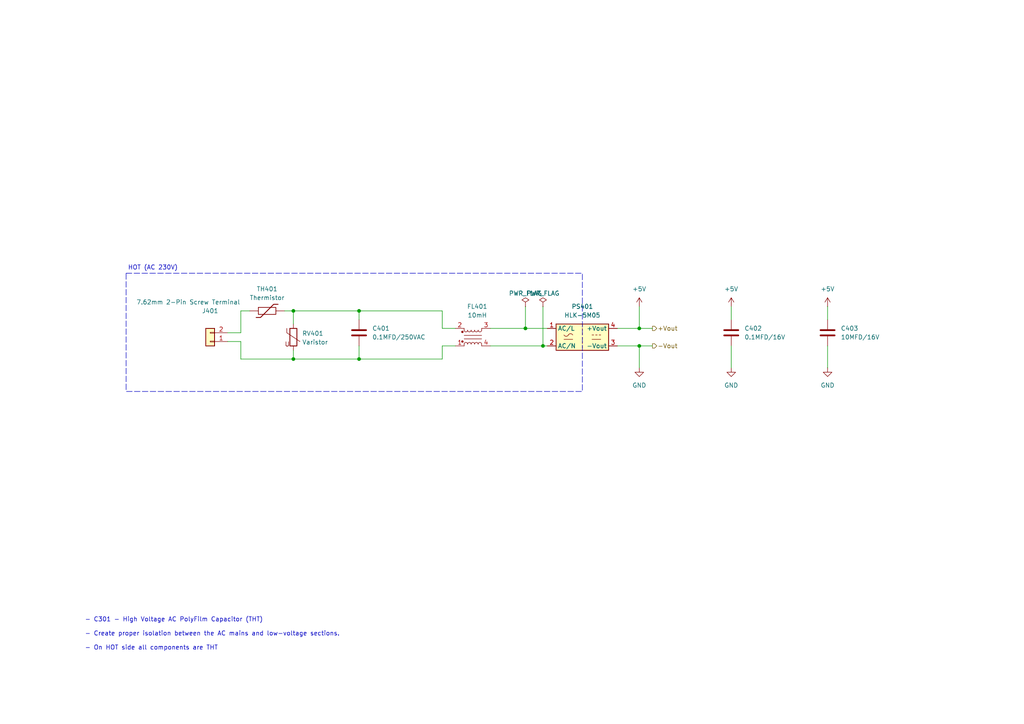
<source format=kicad_sch>
(kicad_sch (version 20250114) (generator "eeschema") (generator_version "9.0")
  (paper "A4")
  (lib_symbols
    (symbol "Connector_Generic:Conn_01x02" (pin_names (offset 1.016) (hide yes))
      (property "Reference" "J" (at 0 2.54 0))
      (property "Value" "Conn_01x02" (at 0 -5.08 0))
      (symbol "Conn_01x02_1_1"
        (rectangle (start -1.27 1.27) (end 1.27 -3.81) (stroke (width 0.254)) (fill (type background)))
        (rectangle (start -1.27 0.127) (end 0 -0.127) (stroke (width 0.1524)))
        (rectangle (start -1.27 -2.413) (end 0 -2.667) (stroke (width 0.1524)))
        (pin passive line (at -5.08 0 0) (length 3.81) (name "Pin_1") (number "1"))
        (pin passive line (at -5.08 -2.54 0) (length 3.81) (name "Pin_2") (number "2"))
      )
    )
    (symbol "Converter_ACDC:HLK-5M05"
      (property "Reference" "PS" (at 0 5.08 0))
      (property "Value" "HLK-5M05" (at 0 -5.08 0))
      (symbol "HLK-5M05_0_1"
        (rectangle (start -7.62 3.81) (end 7.62 -3.81) (stroke (width 0.254)) (fill (type background)))
        (polyline (pts (xy -5.334 -0.635) (xy -2.794 -0.635)))
        (arc (start -4.064 0.635) (mid -4.699 0.2495) (end -5.334 0.635))
        (arc (start -4.064 0.635) (mid -3.429 1.0072) (end -2.794 0.635))
        (polyline (pts (xy 0 3.81) (xy 0 3.175)))
        (polyline (pts (xy 0 2.54) (xy 0 1.905)))
        (polyline (pts (xy 0 1.27) (xy 0 0.635)))
        (polyline (pts (xy 0 0) (xy 0 -0.635)))
        (polyline (pts (xy 0 -1.27) (xy 0 -1.905)))
        (polyline (pts (xy 0 -2.54) (xy 0 -3.175)))
        (polyline (pts (xy 2.794 0.635) (xy 3.302 0.635)))
        (polyline (pts (xy 2.794 -0.635) (xy 5.334 -0.635)))
        (polyline (pts (xy 3.81 0.635) (xy 4.318 0.635)))
        (polyline (pts (xy 4.826 0.635) (xy 5.334 0.635)))
      )
      (symbol "HLK-5M05_1_1"
        (pin power_in line (at -10.16 2.54 0) (length 2.54) (name "AC/L") (number "1"))
        (pin power_in line (at -10.16 -2.54 0) (length 2.54) (name "AC/N") (number "2"))
        (pin power_out line (at 10.16 2.54 180) (length 2.54) (name "+Vout") (number "4"))
        (pin power_out line (at 10.16 -2.54 180) (length 2.54) (name "-Vout") (number "3"))
      )
    )
    (symbol "Device:C" (pin_numbers (hide yes)) (pin_names (offset 0.254))
      (property "Reference" "C" (at 0.635 2.54 0))
      (property "Value" "C" (at 0.635 -2.54 0))
      (symbol "C_0_1"
        (polyline (pts (xy -2.032 0.762) (xy 2.032 0.762)) (stroke (width 0.508)))
        (polyline (pts (xy -2.032 -0.762) (xy 2.032 -0.762)) (stroke (width 0.508)))
      )
      (symbol "C_1_1"
        (pin passive line (at 0 3.81 270) (length 2.794) (name "~") (number "1"))
        (pin passive line (at 0 -3.81 90) (length 2.794) (name "~") (number "2"))
      )
    )
    (symbol "Device:Filter_EMI_LL_1423" (pin_names (hide yes))
      (property "Reference" "FL" (at 0 4.445 0))
      (property "Value" "Filter_EMI_LL_1423" (at 0 -4.445 0))
      (symbol "Filter_EMI_LL_1423_0_1"
        (circle (center -3.048 1.524) (radius 0.254) (fill (type outline)))
        (circle (center -3.048 -1.27) (radius 0.254) (fill (type outline)))
        (polyline (pts (xy -2.54 2.032) (xy -2.54 2.54)))
        (polyline (pts (xy -2.54 0.508) (xy 2.54 0.508)))
        (polyline (pts (xy -2.54 -2.032) (xy -2.54 -2.54)))
        (arc (start -1.524 2.032) (mid -2.032 1.5262) (end -2.54 2.032))
        (arc (start -2.54 -2.032) (mid -2.032 -1.5262) (end -1.524 -2.032))
        (arc (start -0.508 2.032) (mid -1.016 1.5262) (end -1.524 2.032))
        (arc (start -1.524 -2.032) (mid -1.016 -1.5262) (end -0.508 -2.032))
        (arc (start 0.508 2.032) (mid 0 1.5262) (end -0.508 2.032))
        (arc (start -0.508 -2.032) (mid 0 -1.5262) (end 0.508 -2.032))
        (arc (start 1.524 2.032) (mid 1.016 1.5262) (end 0.508 2.032))
        (arc (start 0.508 -2.032) (mid 1.016 -1.5262) (end 1.524 -2.032))
        (arc (start 2.54 2.032) (mid 2.032 1.5262) (end 1.524 2.032))
        (arc (start 1.524 -2.032) (mid 2.032 -1.5262) (end 2.54 -2.032))
        (polyline (pts (xy 2.54 2.54) (xy 2.54 2.032)))
        (polyline (pts (xy 2.54 -0.508) (xy -2.54 -0.508)))
        (polyline (pts (xy 2.54 -2.032) (xy 2.54 -2.54)))
      )
      (symbol "Filter_EMI_LL_1423_1_1"
        (pin passive line (at -5.08 2.54 0) (length 2.54) (name "2") (number "2"))
        (pin passive line (at -5.08 -2.54 0) (length 2.54) (name "1") (number "1"))
        (pin passive line (at 5.08 2.54 180) (length 2.54) (name "3") (number "3"))
        (pin passive line (at 5.08 -2.54 180) (length 2.54) (name "4") (number "4"))
      )
    )
    (symbol "Device:Thermistor" (pin_numbers (hide yes)) (pin_names (offset 0))
      (property "Reference" "TH" (at 2.54 1.27 90))
      (property "Value" "Thermistor" (at -2.54 0 90))
      (symbol "Thermistor_0_1"
        (polyline (pts (xy -1.905 3.175) (xy -1.905 1.905) (xy 1.905 -1.905) (xy 1.905 -3.175) (xy 1.905 -3.175)) (stroke (width 0.254)))
        (rectangle (start -1.016 2.54) (end 1.016 -2.54) (stroke (width 0.2032)))
      )
      (symbol "Thermistor_1_1"
        (pin passive line (at 0 5.08 270) (length 2.54) (name "~") (number "1"))
        (pin passive line (at 0 -5.08 90) (length 2.54) (name "~") (number "2"))
      )
    )
    (symbol "GND_1" (power) (pin_numbers (hide yes)) (pin_names (offset 0) (hide yes))
      (property "Value" "GND" (at 0 -3.81 0))
      (symbol "GND_1_0_1"
        (polyline (pts (xy 0 0) (xy 0 -1.27) (xy 1.27 -1.27) (xy 0 -2.54) (xy -1.27 -1.27) (xy 0 -1.27)))
      )
      (symbol "GND_1_1_1"
        (pin power_in line (at 0 0 270) (length 0) (name "~") (number "1"))
      )
    )
    (symbol "Varistor_1" (pin_numbers (hide yes)) (pin_names (offset 0))
      (property "Reference" "RV" (at 3.175 0 90))
      (property "Value" "Varistor" (at -3.175 0 90))
      (symbol "Varistor_1_0_0"
        (text "U" (at -1.778 -2.032 0) (effects (font (size 1.27 1.27))))
      )
      (symbol "Varistor_1_0_1"
        (polyline (pts (xy -1.905 2.54) (xy -1.905 1.27) (xy 1.905 -1.27)))
        (rectangle (start -1.016 -2.54) (end 1.016 2.54) (stroke (width 0.254)))
      )
      (symbol "Varistor_1_1_1"
        (pin passive line (at 0 3.81 270) (length 1.27) (name "~") (number "1"))
        (pin passive line (at 0 -3.81 90) (length 1.27) (name "~") (number "2"))
      )
    )
    (symbol "power:+5V" (power) (pin_numbers (hide yes)) (pin_names (offset 0) (hide yes))
      (property "Value" "+5V" (at 0 3.556 0))
      (symbol "+5V_0_1"
        (polyline (pts (xy -0.762 1.27) (xy 0 2.54)))
        (polyline (pts (xy 0 2.54) (xy 0.762 1.27)))
        (polyline (pts (xy 0 0) (xy 0 2.54)))
      )
      (symbol "+5V_1_1"
        (pin power_in line (at 0 0 90) (length 0) (name "~") (number "1"))
      )
    )
    (symbol "power:PWR_FLAG" (power) (pin_numbers (hide yes)) (pin_names (offset 0) (hide yes))
      (property "Value" "PWR_FLAG" (at 0 3.81 0))
      (symbol "PWR_FLAG_0_0"
        (pin power_out line (at 0 0 90) (length 0) (name "pwr") (number "1"))
      )
      (symbol "PWR_FLAG_0_1"
        (polyline (pts (xy 0 0) (xy 0 1.27) (xy -1.016 1.905) (xy 0 2.54) (xy 1.016 1.905) (xy 0 1.27)))
      )
    )
  )
  (rectangle (start 36.576 79.248) (end 168.91 113.538) (stroke (width 0) (type dash)))
  (text "HOT (AC 230V)" (at 37.084 78.486 0) (effects (font (size 1.27 1.27)) (justify left bottom)))
  (text " - C301 - High Voltage AC PolyFilm Capacitor (THT)\n\n - Create proper isolation between the AC mains and low-voltage sections.\n\n - On HOT side all components are THT" (at 23.622 188.722 0) (effects (font (size 1.27 1.27)) (justify left bottom)))
  (junction (at 85.09 90.17))
  (junction (at 185.42 100.33))
  (junction (at 104.14 104.14))
  (junction (at 157.48 100.33))
  (junction (at 152.4 95.25))
  (junction (at 104.14 90.17))
  (junction (at 185.42 95.25))
  (junction (at 85.09 104.14))
  (wire (pts (xy 142.24 95.25) (xy 152.4 95.25)))
  (wire (pts (xy 212.09 88.9) (xy 212.09 92.71)))
  (wire (pts (xy 142.24 100.33) (xy 157.48 100.33)))
  (wire (pts (xy 69.85 104.14) (xy 85.09 104.14)))
  (wire (pts (xy 157.48 88.9) (xy 157.48 100.33)))
  (wire (pts (xy 66.04 99.06) (xy 69.85 99.06)))
  (wire (pts (xy 152.4 95.25) (xy 158.75 95.25)))
  (wire (pts (xy 240.03 100.33) (xy 240.03 106.68)))
  (wire (pts (xy 179.07 95.25) (xy 185.42 95.25)))
  (wire (pts (xy 85.09 93.98) (xy 85.09 90.17)))
  (wire (pts (xy 185.42 100.33) (xy 189.23 100.33)))
  (wire (pts (xy 128.27 104.14) (xy 128.27 100.33)))
  (wire (pts (xy 104.14 104.14) (xy 128.27 104.14)))
  (wire (pts (xy 104.14 90.17) (xy 128.27 90.17)))
  (wire (pts (xy 128.27 95.25) (xy 128.27 90.17)))
  (wire (pts (xy 128.27 100.33) (xy 132.08 100.33)))
  (wire (pts (xy 179.07 100.33) (xy 185.42 100.33)))
  (wire (pts (xy 152.4 88.9) (xy 152.4 95.25)))
  (wire (pts (xy 69.85 90.17) (xy 72.39 90.17)))
  (wire (pts (xy 85.09 90.17) (xy 104.14 90.17)))
  (wire (pts (xy 85.09 104.14) (xy 85.09 101.6)))
  (wire (pts (xy 82.55 90.17) (xy 85.09 90.17)))
  (wire (pts (xy 212.09 100.33) (xy 212.09 106.68)))
  (wire (pts (xy 66.04 96.52) (xy 69.85 96.52)))
  (wire (pts (xy 69.85 96.52) (xy 69.85 90.17)))
  (wire (pts (xy 157.48 100.33) (xy 158.75 100.33)))
  (wire (pts (xy 240.03 88.9) (xy 240.03 92.71)))
  (wire (pts (xy 69.85 99.06) (xy 69.85 104.14)))
  (wire (pts (xy 189.23 95.25) (xy 185.42 95.25)))
  (wire (pts (xy 85.09 104.14) (xy 104.14 104.14)))
  (wire (pts (xy 185.42 95.25) (xy 185.42 88.9)))
  (wire (pts (xy 104.14 104.14) (xy 104.14 100.33)))
  (wire (pts (xy 185.42 100.33) (xy 185.42 106.68)))
  (wire (pts (xy 128.27 95.25) (xy 132.08 95.25)))
  (wire (pts (xy 104.14 92.71) (xy 104.14 90.17)))
  (hierarchical_label "-Vout" (shape output) (at 189.23 100.33 0))
  (hierarchical_label "+Vout" (shape output) (at 189.23 95.25 0))
  (symbol (lib_name "GND_1") (lib_id "power:GND") (at 185.42 106.68 0) (unit 1)
    (property "Reference" "#PWR0402" (effects (hide yes)))
    (property "Value" "GND" (at 185.42 111.76 0))
    (property "Description" "Power symbol creates a global label with name \"GND\" , ground" (effects (hide yes)))
  )
  (symbol (lib_name "Varistor_1") (lib_id "Device:Varistor") (at 85.09 97.79 0) (unit 1)
    (property "Reference" "RV401" (at 87.63 96.7132 0) (effects (justify left)))
    (property "Value" "Varistor" (at 87.63 99.2532 0) (effects (justify left)))
    (property "Footprint" "Varistor:RV_Disc_D12mm_W5.1mm_P7.5mm" (effects (hide yes)))
    (property "Description" "Voltage dependent resistor" (effects (hide yes)))
    (property "Sim.Name" "kicad_builtin_varistor" (effects (hide yes)))
    (property "Sim.Device" "SUBCKT" (effects (hide yes)))
    (property "Sim.Pins" "1=A 2=B" (effects (hide yes)))
    (property "Sim.Params" "threshold=1k" (effects (hide yes)))
    (property "Sim.Library" "${KICAD9_SYMBOL_DIR}/Simulation_SPICE.sp" (effects (hide yes)))
  )
  (symbol (lib_id "Device:C") (at 104.14 96.52 0) (unit 1)
    (property "Reference" "C401" (at 107.95 95.25 0) (effects (justify left)))
    (property "Value" "0.1MFD/250VAC" (at 107.95 97.79 0) (effects (justify left)))
    (property "Footprint" "Capacitor_THT:C_Rect_L11.5mm_W5.0mm_P10.00mm_MKT" (effects (hide yes)))
  )
  (symbol (lib_id "power:PWR_FLAG") (at 152.4 88.9 0) (mirror y) (unit 1)
    (property "Reference" "#FLG0401" (effects (hide yes)))
    (property "Value" "PWR_FLAG" (at 152.4 85.09 0))
  )
  (symbol (lib_id "Converter_ACDC:HLK-5M05") (at 168.91 97.79 0) (unit 1)
    (property "Reference" "PS401" (at 168.91 88.9 0))
    (property "Value" "HLK-5M05" (at 168.91 91.44 0))
    (property "Footprint" "govi_v3_SHT41_sensor_kicad:HLK5M05" (effects (hide yes)))
    (property "Datasheet" "http://h.hlktech.com/download/ACDC%E7%94%B5%E6%BA%90%E6%A8%A1%E5%9D%975W%E7%B3%BB%E5%88%97/1/%E6%B5%B7%E5%87%8C%E7%A7%915W%E7%B3%BB%E5%88%97%E7%94%B5%E6%BA%90%E6%A8%A1%E5%9D%97%E8%A7%84%E6%A0%BC%E4%B9%A6V2.8.pdf" (effects (hide yes)))
    (property "Description" "Compact AC/DC board mount power module 5W, 5V 1A" (effects (hide yes)))
  )
  (symbol (lib_name "GND_1") (lib_id "power:GND") (at 212.09 106.68 0) (unit 1)
    (property "Reference" "#PWR0404" (effects (hide yes)))
    (property "Value" "GND" (at 212.09 111.76 0))
    (property "Description" "Power symbol creates a global label with name \"GND\" , ground" (effects (hide yes)))
  )
  (symbol (lib_id "Device:Filter_EMI_LL_1423") (at 137.16 97.79 0) (unit 1)
    (property "Reference" "FL401" (at 138.43 88.9 0))
    (property "Value" "10mH" (at 138.43 91.44 0))
    (property "Footprint" "govi_v3_SHT41_sensor_kicad:B82730U3451A020-ferrite-core-inductor" (effects (hide yes)))
  )
  (symbol (lib_id "Device:C") (at 212.09 96.52 0) (unit 1)
    (property "Reference" "C402" (at 215.9 95.25 0) (effects (justify left)))
    (property "Value" "0.1MFD/16V" (at 215.9 97.79 0) (effects (justify left)))
    (property "Footprint" "Capacitor_SMD:C_0603_1608Metric_Pad1.08x0.95mm_HandSolder" (effects (hide yes)))
  )
  (symbol (lib_name "GND_1") (lib_id "power:GND") (at 240.03 106.68 0) (unit 1)
    (property "Reference" "#PWR0406" (effects (hide yes)))
    (property "Value" "GND" (at 240.03 111.76 0))
    (property "Description" "Power symbol creates a global label with name \"GND\" , ground" (effects (hide yes)))
  )
  (symbol (lib_id "Connector_Generic:Conn_01x02") (at 60.96 99.06 180) (unit 1)
    (property "Reference" "J401" (at 60.96 90.17 0))
    (property "Value" "7.62mm 2-Pin Screw Terminal" (at 54.61 87.63 0))
    (property "Footprint" "govi_v3_SHT41_sensor_kicad:P=7.62mm Barrier Terminal Blocks azend" (effects (hide yes)))
  )
  (symbol (lib_id "power:PWR_FLAG") (at 157.48 88.9 0) (mirror y) (unit 1)
    (property "Reference" "#FLG0402" (effects (hide yes)))
    (property "Value" "PWR_FLAG" (at 157.48 85.09 0))
  )
  (symbol (lib_id "power:+5V") (at 240.03 88.9 0) (unit 1)
    (property "Reference" "#PWR0405" (effects (hide yes)))
    (property "Value" "+5V" (at 240.03 83.82 0))
    (property "Description" "Power symbol creates a global label with name \"+5V\"" (effects (hide yes)))
  )
  (symbol (lib_id "power:+5V") (at 212.09 88.9 0) (unit 1)
    (property "Reference" "#PWR0403" (effects (hide yes)))
    (property "Value" "+5V" (at 212.09 83.82 0))
    (property "Description" "Power symbol creates a global label with name \"+5V\"" (effects (hide yes)))
  )
  (symbol (lib_id "Device:C") (at 240.03 96.52 0) (unit 1)
    (property "Reference" "C403" (at 243.84 95.25 0) (effects (justify left)))
    (property "Value" "10MFD/16V" (at 243.84 97.79 0) (effects (justify left)))
    (property "Footprint" "Capacitor_SMD:C_0603_1608Metric_Pad1.08x0.95mm_HandSolder" (effects (hide yes)))
  )
  (symbol (lib_id "power:+5V") (at 185.42 88.9 0) (unit 1)
    (property "Reference" "#PWR0401" (effects (hide yes)))
    (property "Value" "+5V" (at 185.42 83.82 0))
    (property "Description" "Power symbol creates a global label with name \"+5V\"" (effects (hide yes)))
  )
  (symbol (lib_id "Device:Thermistor") (at 77.47 90.17 90) (unit 1)
    (property "Reference" "TH401" (at 77.47 83.82 90))
    (property "Value" "Thermistor" (at 77.47 86.36 90))
    (property "Footprint" "govi_v3_SHT41_sensor_kicad:B57236S0250M000-Thermister" (effects (hide yes)))
  )
)
</source>
